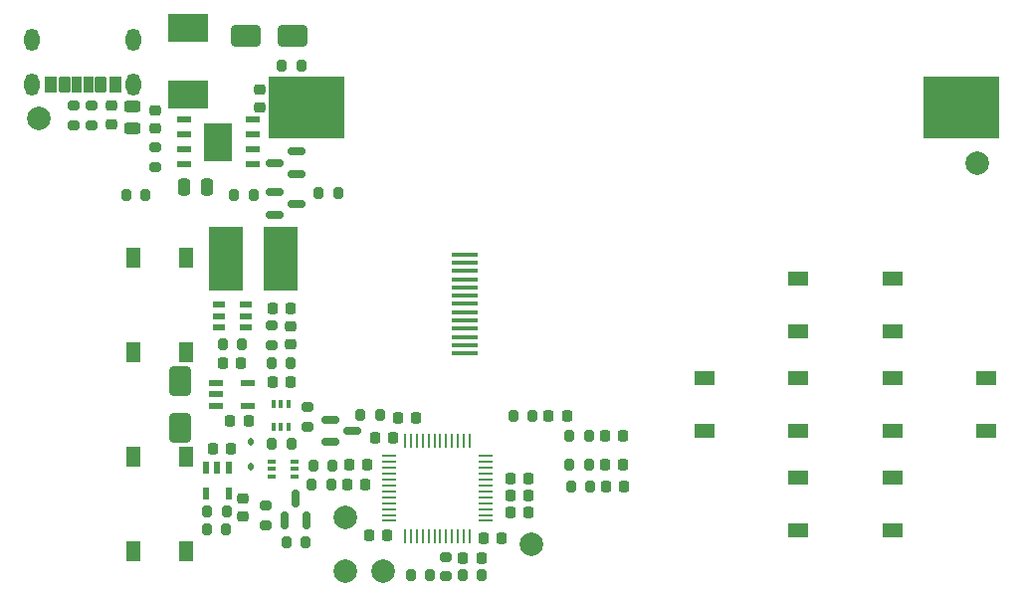
<source format=gts>
G04 #@! TF.GenerationSoftware,KiCad,Pcbnew,9.0.3*
G04 #@! TF.CreationDate,2025-08-27T19:30:41-05:00*
G04 #@! TF.ProjectId,stm32card,73746d33-3263-4617-9264-2e6b69636164,rev?*
G04 #@! TF.SameCoordinates,Original*
G04 #@! TF.FileFunction,Soldermask,Top*
G04 #@! TF.FilePolarity,Negative*
%FSLAX46Y46*%
G04 Gerber Fmt 4.6, Leading zero omitted, Abs format (unit mm)*
G04 Created by KiCad (PCBNEW 9.0.3) date 2025-08-27 19:30:41*
%MOMM*%
%LPD*%
G01*
G04 APERTURE LIST*
G04 Aperture macros list*
%AMRoundRect*
0 Rectangle with rounded corners*
0 $1 Rounding radius*
0 $2 $3 $4 $5 $6 $7 $8 $9 X,Y pos of 4 corners*
0 Add a 4 corners polygon primitive as box body*
4,1,4,$2,$3,$4,$5,$6,$7,$8,$9,$2,$3,0*
0 Add four circle primitives for the rounded corners*
1,1,$1+$1,$2,$3*
1,1,$1+$1,$4,$5*
1,1,$1+$1,$6,$7*
1,1,$1+$1,$8,$9*
0 Add four rect primitives between the rounded corners*
20,1,$1+$1,$2,$3,$4,$5,0*
20,1,$1+$1,$4,$5,$6,$7,0*
20,1,$1+$1,$6,$7,$8,$9,0*
20,1,$1+$1,$8,$9,$2,$3,0*%
G04 Aperture macros list end*
%ADD10RoundRect,0.225000X-0.225000X-0.250000X0.225000X-0.250000X0.225000X0.250000X-0.225000X0.250000X0*%
%ADD11RoundRect,0.225000X0.225000X0.250000X-0.225000X0.250000X-0.225000X-0.250000X0.225000X-0.250000X0*%
%ADD12R,1.800000X1.200000*%
%ADD13RoundRect,0.150000X-0.587500X-0.150000X0.587500X-0.150000X0.587500X0.150000X-0.587500X0.150000X0*%
%ADD14RoundRect,0.225000X-0.250000X0.225000X-0.250000X-0.225000X0.250000X-0.225000X0.250000X0.225000X0*%
%ADD15R,3.000000X5.500000*%
%ADD16RoundRect,0.200000X-0.275000X0.200000X-0.275000X-0.200000X0.275000X-0.200000X0.275000X0.200000X0*%
%ADD17RoundRect,0.200000X0.275000X-0.200000X0.275000X0.200000X-0.275000X0.200000X-0.275000X-0.200000X0*%
%ADD18RoundRect,0.200000X0.200000X0.275000X-0.200000X0.275000X-0.200000X-0.275000X0.200000X-0.275000X0*%
%ADD19R,3.500000X2.350000*%
%ADD20C,2.000000*%
%ADD21RoundRect,0.250000X-0.250000X-0.475000X0.250000X-0.475000X0.250000X0.475000X-0.250000X0.475000X0*%
%ADD22RoundRect,0.200000X-0.200000X-0.275000X0.200000X-0.275000X0.200000X0.275000X-0.200000X0.275000X0*%
%ADD23RoundRect,0.112500X0.112500X-0.187500X0.112500X0.187500X-0.112500X0.187500X-0.112500X-0.187500X0*%
%ADD24RoundRect,0.250000X0.650000X-1.000000X0.650000X1.000000X-0.650000X1.000000X-0.650000X-1.000000X0*%
%ADD25R,2.200000X0.400000*%
%ADD26RoundRect,0.100000X-0.225000X-0.100000X0.225000X-0.100000X0.225000X0.100000X-0.225000X0.100000X0*%
%ADD27R,6.450000X5.300000*%
%ADD28RoundRect,0.150000X0.150000X-0.587500X0.150000X0.587500X-0.150000X0.587500X-0.150000X-0.587500X0*%
%ADD29RoundRect,0.102000X0.350000X0.600000X-0.350000X0.600000X-0.350000X-0.600000X0.350000X-0.600000X0*%
%ADD30RoundRect,0.102000X0.380000X0.600000X-0.380000X0.600000X-0.380000X-0.600000X0.380000X-0.600000X0*%
%ADD31RoundRect,0.102000X0.400000X0.600000X-0.400000X0.600000X-0.400000X-0.600000X0.400000X-0.600000X0*%
%ADD32O,1.304000X1.904000*%
%ADD33RoundRect,0.243750X0.456250X-0.243750X0.456250X0.243750X-0.456250X0.243750X-0.456250X-0.243750X0*%
%ADD34R,1.070000X0.530000*%
%ADD35RoundRect,0.150000X0.587500X0.150000X-0.587500X0.150000X-0.587500X-0.150000X0.587500X-0.150000X0*%
%ADD36R,1.200000X0.270000*%
%ADD37R,0.270000X1.200000*%
%ADD38R,1.200000X1.800000*%
%ADD39RoundRect,0.218750X0.256250X-0.218750X0.256250X0.218750X-0.256250X0.218750X-0.256250X-0.218750X0*%
%ADD40R,0.600000X1.000000*%
%ADD41R,1.200000X0.600000*%
%ADD42R,2.400000X3.300000*%
%ADD43RoundRect,0.100000X-0.100000X0.225000X-0.100000X-0.225000X0.100000X-0.225000X0.100000X0.225000X0*%
%ADD44RoundRect,0.250000X1.000000X0.650000X-1.000000X0.650000X-1.000000X-0.650000X1.000000X-0.650000X0*%
%ADD45R,1.200000X0.500000*%
G04 APERTURE END LIST*
D10*
X186594442Y-122410210D03*
X188144442Y-122410210D03*
D11*
X168458966Y-118260712D03*
X166908966Y-118260712D03*
D10*
X158188180Y-107195974D03*
X159738180Y-107195974D03*
D12*
X202951133Y-104665534D03*
X210951133Y-104665534D03*
X202951133Y-109165534D03*
X210951133Y-109165534D03*
D10*
X186498159Y-120535261D03*
X188048159Y-120535261D03*
D13*
X163141120Y-116686961D03*
X163141120Y-118586961D03*
X165016120Y-117636961D03*
D14*
X159771321Y-108741969D03*
X159771321Y-110291969D03*
D15*
X158924572Y-102960590D03*
X154264572Y-102960590D03*
D16*
X148272523Y-93543316D03*
X148272523Y-95193316D03*
D17*
X161212267Y-117283573D03*
X161212267Y-115633573D03*
D14*
X148265612Y-90338172D03*
X148265612Y-91888172D03*
D18*
X161041538Y-127096790D03*
X159391538Y-127096790D03*
D19*
X151018909Y-89007494D03*
X151018909Y-83307494D03*
D20*
X164428408Y-125040799D03*
X164428408Y-129563379D03*
D21*
X150718124Y-96870191D03*
X152618124Y-96870191D03*
D22*
X174374351Y-129940450D03*
X176024351Y-129940450D03*
X158138180Y-111847959D03*
X159788180Y-111847959D03*
D10*
X176162472Y-126786884D03*
X177712472Y-126786884D03*
D23*
X156386756Y-120670500D03*
X156386756Y-118570500D03*
D24*
X150343692Y-117402201D03*
X150343692Y-113402201D03*
D25*
X174559466Y-111035534D03*
X174559466Y-110335534D03*
X174559466Y-109635534D03*
X174559466Y-108935534D03*
X174559466Y-108235534D03*
X174559466Y-107535534D03*
X174559466Y-106835534D03*
X174559466Y-106135534D03*
X174559466Y-105435534D03*
X174559466Y-104735534D03*
X174559466Y-104035534D03*
X174559466Y-103335534D03*
X174559466Y-102635534D03*
D10*
X178467267Y-124578690D03*
X180017267Y-124578690D03*
D18*
X171606612Y-129942382D03*
X169956612Y-129942382D03*
D20*
X138326311Y-91051939D03*
D26*
X158155852Y-120238248D03*
X158155852Y-120888248D03*
X158155852Y-121538248D03*
X160055852Y-121538248D03*
X160055852Y-120888248D03*
X160055852Y-120238248D03*
D16*
X142831133Y-89980534D03*
X142831133Y-91630534D03*
D18*
X156601572Y-97546454D03*
X154951572Y-97546454D03*
D22*
X145769655Y-97587083D03*
X147419655Y-97587083D03*
D10*
X181710179Y-116398550D03*
X183260179Y-116398550D03*
X158188180Y-113473015D03*
X159738180Y-113473015D03*
D22*
X159028030Y-86593369D03*
X160678030Y-86593369D03*
D18*
X154307133Y-124486382D03*
X152657133Y-124486382D03*
D16*
X158155040Y-108691969D03*
X158155040Y-110341969D03*
D11*
X180017267Y-121658690D03*
X178467267Y-121658690D03*
D22*
X183488159Y-120535261D03*
X185138159Y-120535261D03*
X161559017Y-122220255D03*
X163209017Y-122220255D03*
D10*
X186482004Y-118016635D03*
X188032004Y-118016635D03*
D27*
X161087776Y-90140150D03*
X216827776Y-90140150D03*
D28*
X159208406Y-125258345D03*
X161108406Y-125258345D03*
X160158406Y-123383345D03*
D12*
X210951133Y-113132201D03*
X218951133Y-113132201D03*
X210951133Y-117632201D03*
X218951133Y-117632201D03*
D10*
X178467267Y-123118690D03*
X180017267Y-123118690D03*
D12*
X194951133Y-113132201D03*
X202951133Y-113132201D03*
X194951133Y-117632201D03*
X202951133Y-117632201D03*
D22*
X161689189Y-120596440D03*
X163339189Y-120596440D03*
D10*
X164761789Y-120488899D03*
X166311789Y-120488899D03*
D22*
X183584442Y-122410210D03*
X185234442Y-122410210D03*
D10*
X154004818Y-111915048D03*
X155554818Y-111915048D03*
D13*
X158379151Y-97346136D03*
X158379151Y-99246136D03*
X160254151Y-98296136D03*
D29*
X142574466Y-88210000D03*
D30*
X140554466Y-88210000D03*
D31*
X139324466Y-88210000D03*
D29*
X141574466Y-88210000D03*
D30*
X143594466Y-88210000D03*
D31*
X144824466Y-88210000D03*
D32*
X146394466Y-88130000D03*
X146394466Y-84330000D03*
X137754466Y-84330000D03*
X137754466Y-88130000D03*
D33*
X146287603Y-91915281D03*
X146287603Y-90040281D03*
D22*
X183472004Y-118016635D03*
X185122004Y-118016635D03*
D20*
X180271664Y-127327070D03*
D34*
X153629818Y-106919279D03*
X153629818Y-107869279D03*
X153629818Y-108819279D03*
X155929818Y-108819279D03*
X155929818Y-107869279D03*
X155929818Y-106919279D03*
D20*
X218169305Y-94883903D03*
D10*
X168864228Y-116560375D03*
X170414228Y-116560375D03*
D35*
X160229235Y-95781538D03*
X160229235Y-93881538D03*
X158354235Y-94831538D03*
D18*
X163796670Y-97394465D03*
X162146670Y-97394465D03*
D10*
X164569017Y-122220255D03*
X166119017Y-122220255D03*
D36*
X176341495Y-125291194D03*
X176341495Y-124791194D03*
X176341495Y-124291194D03*
X176341495Y-123791194D03*
X176341495Y-123291194D03*
X176341495Y-122791194D03*
X176341495Y-122291194D03*
X176341495Y-121791194D03*
X176341495Y-121291194D03*
X176341495Y-120791194D03*
X176341495Y-120291194D03*
X176341495Y-119791194D03*
D37*
X174991495Y-118441194D03*
X174491495Y-118441194D03*
X173991495Y-118441194D03*
X173491495Y-118441194D03*
X172991495Y-118441194D03*
X172491495Y-118441194D03*
X171991495Y-118441194D03*
X171491495Y-118441194D03*
X170991495Y-118441194D03*
X170491495Y-118441194D03*
X169991495Y-118441194D03*
X169491495Y-118441194D03*
D36*
X168141495Y-119791194D03*
X168141495Y-120291194D03*
X168141495Y-120791194D03*
X168141495Y-121291194D03*
X168141495Y-121791194D03*
X168141495Y-122291194D03*
X168141495Y-122791194D03*
X168141495Y-123291194D03*
X168141495Y-123791194D03*
X168141495Y-124291194D03*
X168141495Y-124791194D03*
X168141495Y-125291194D03*
D37*
X169491495Y-126641194D03*
X169991495Y-126641194D03*
X170491495Y-126641194D03*
X170991495Y-126641194D03*
X171491495Y-126641194D03*
X171991495Y-126641194D03*
X172491495Y-126641194D03*
X172991495Y-126641194D03*
X173491495Y-126641194D03*
X173991495Y-126641194D03*
X174491495Y-126641194D03*
X174991495Y-126641194D03*
D10*
X154607149Y-116828160D03*
X156157149Y-116828160D03*
D22*
X158167759Y-118711221D03*
X159817759Y-118711221D03*
D38*
X146357799Y-127848868D03*
X146357799Y-119848868D03*
X150857799Y-127848868D03*
X150857799Y-119848868D03*
D12*
X210951133Y-126098868D03*
X202951133Y-126098868D03*
X210951133Y-121598868D03*
X202951133Y-121598868D03*
D39*
X144507305Y-91561135D03*
X144507305Y-89986135D03*
D22*
X153954818Y-110310463D03*
X155604818Y-110310463D03*
D40*
X154476567Y-120794558D03*
X153526567Y-120794558D03*
X152576567Y-120794558D03*
X152576567Y-122994558D03*
X154476567Y-122994558D03*
D41*
X156493169Y-94952776D03*
X156493169Y-93682776D03*
X156493169Y-92402776D03*
X156493169Y-91132776D03*
X150673169Y-91132776D03*
X150673169Y-92402776D03*
X150673169Y-93682776D03*
X150673169Y-94952776D03*
D42*
X153583169Y-93042776D03*
D18*
X167345504Y-116264585D03*
X165695504Y-116264585D03*
D14*
X157124998Y-88594361D03*
X157124998Y-90144361D03*
D22*
X178700179Y-116398550D03*
X180350179Y-116398550D03*
D16*
X157597011Y-124014185D03*
X157597011Y-125664185D03*
D43*
X159575680Y-115376388D03*
X158925680Y-115376388D03*
X158275680Y-115376388D03*
X158275680Y-117276388D03*
X158925680Y-117276388D03*
X159575680Y-117276388D03*
D44*
X159921580Y-84036310D03*
X155921580Y-84036310D03*
D20*
X167611415Y-129563379D03*
D16*
X172991495Y-128364551D03*
X172991495Y-130014551D03*
D10*
X174424341Y-128485724D03*
X175974341Y-128485724D03*
D14*
X155695101Y-123373307D03*
X155695101Y-124923307D03*
D11*
X154681287Y-119188736D03*
X153131287Y-119188736D03*
D38*
X146357799Y-110915534D03*
X146357799Y-102915534D03*
X150857799Y-110915534D03*
X150857799Y-102915534D03*
D11*
X167991495Y-126525753D03*
X166441495Y-126525753D03*
D22*
X152629250Y-125997645D03*
X154279250Y-125997645D03*
D45*
X153429818Y-113589341D03*
X153429818Y-114539341D03*
X153429818Y-115489341D03*
X156129818Y-115489341D03*
X156129818Y-113589341D03*
D16*
X141331133Y-89980534D03*
X141331133Y-91630534D03*
M02*

</source>
